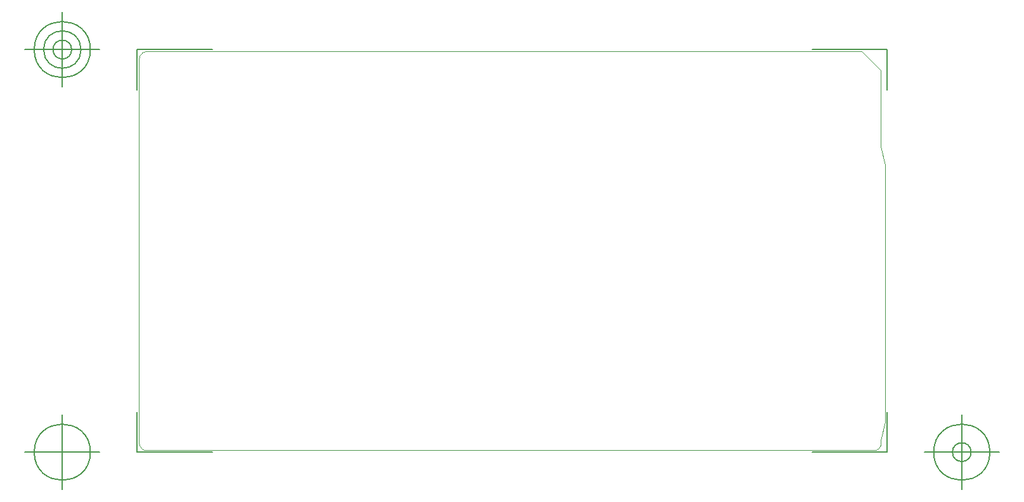
<source format=gbr>
G04 Generated by Ultiboard 14.0 *
%FSLAX34Y34*%
%MOMM*%

%ADD10C,0.0001*%
%ADD11C,0.0010*%
%ADD12C,0.1270*%


G04 ColorRGB 00FFFF for the following layer *
%LNBoard Outline*%
%LPD*%
G54D10*
G54D11*
X965200Y533400D02*
X990600Y508000D01*
X990600Y12700D02*
X990600Y10000D01*
X980600Y0D02*
X10000Y0D01*
X0Y10000D02*
X0Y523400D01*
X10000Y533400D02*
X965200Y533400D01*
X980600Y0D02*
X981472Y38D01*
X982337Y152D01*
X983188Y341D01*
X984020Y603D01*
X984826Y937D01*
X985600Y1340D01*
X986336Y1809D01*
X987028Y2340D01*
X987671Y2929D01*
X988261Y3572D01*
X988792Y4265D01*
X989260Y5000D01*
X989663Y5774D01*
X989997Y6580D01*
X990259Y7412D01*
X990448Y8264D01*
X990562Y9129D01*
X990600Y10000D01*
X10000Y533400D02*
X9128Y533362D01*
X8263Y533248D01*
X7412Y533059D01*
X6580Y532797D01*
X5774Y532463D01*
X5000Y532060D01*
X4264Y531591D01*
X3572Y531060D01*
X2929Y530471D01*
X2339Y529828D01*
X1808Y529135D01*
X1340Y528400D01*
X937Y527626D01*
X603Y526820D01*
X341Y525988D01*
X152Y525136D01*
X38Y524271D01*
X0Y523400D01*
X0Y10000D02*
X38Y9128D01*
X152Y8263D01*
X341Y7412D01*
X603Y6580D01*
X937Y5774D01*
X1340Y5000D01*
X1809Y4264D01*
X2340Y3572D01*
X2929Y2929D01*
X3572Y2339D01*
X4265Y1808D01*
X5000Y1340D01*
X5774Y937D01*
X6580Y603D01*
X7412Y341D01*
X8264Y152D01*
X9129Y38D01*
X10000Y0D01*
X990600Y508000D02*
X990600Y406400D01*
X996000Y381000D02*
X996000Y38100D01*
X990600Y12700D01*
X990600Y406400D02*
X996000Y381000D01*
G54D12*
X-2540Y-2540D02*
X-2540Y51308D01*
X-2540Y-2540D02*
X97568Y-2540D01*
X998540Y-2540D02*
X898432Y-2540D01*
X998540Y-2540D02*
X998540Y51308D01*
X998540Y535940D02*
X998540Y482092D01*
X998540Y535940D02*
X898432Y535940D01*
X-2540Y535940D02*
X97568Y535940D01*
X-2540Y535940D02*
X-2540Y482092D01*
X-52540Y-2540D02*
X-152540Y-2540D01*
X-102540Y-52540D02*
X-102540Y47460D01*
X-140040Y-2540D02*
G75*
D01*
G02X-140040Y-2540I37500J0*
G01*
X1048540Y-2540D02*
X1148540Y-2540D01*
X1098540Y-52540D02*
X1098540Y47460D01*
X1061040Y-2540D02*
G75*
D01*
G02X1061040Y-2540I37500J0*
G01*
X1086040Y-2540D02*
G75*
D01*
G02X1086040Y-2540I12500J0*
G01*
X-52540Y535940D02*
X-152540Y535940D01*
X-102540Y485940D02*
X-102540Y585940D01*
X-140040Y535940D02*
G75*
D01*
G02X-140040Y535940I37500J0*
G01*
X-127540Y535940D02*
G75*
D01*
G02X-127540Y535940I25000J0*
G01*
X-115040Y535940D02*
G75*
D01*
G02X-115040Y535940I12500J0*
G01*

M02*

</source>
